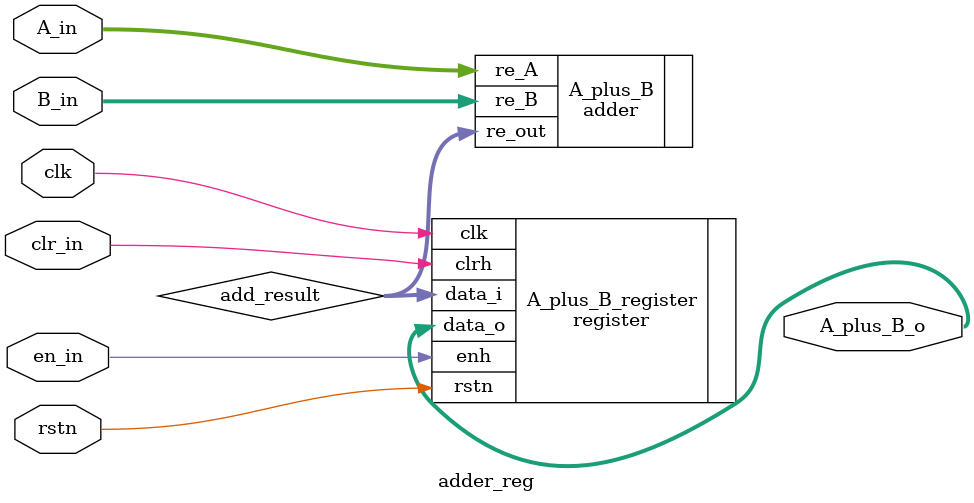
<source format=sv>
module adder_reg
#(
	parameter DATA_WIDTH = 8
)(
	input  logic clk,
	input  logic rstn,
	input  logic en_in,
	input  logic clr_in,
	input  logic [DATA_WIDTH-1:0] A_in,
	input  logic [DATA_WIDTH-1:0] B_in,
	output logic [DATA_WIDTH-1:0] A_plus_B_o
);

	logic [DATA_WIDTH-1:0] add_result;

   adder
   #(
      .DATA_WIDTH    (DATA_WIDTH)
   )
	A_plus_B
   (
       .re_A      (A_in),
       .re_B      (B_in),
       .re_out    (add_result)
   );
		
	register 
	#(
		.DATA_WIDTH (DATA_WIDTH)
	)
	A_plus_B_register	
	(
		.clk     (clk),
		.rstn    (rstn),
		.clrh    (clr_in),   
		.enh     (en_in),
		.data_i  (add_result),
		.data_o  (A_plus_B_o)
		);

endmodule 

</source>
